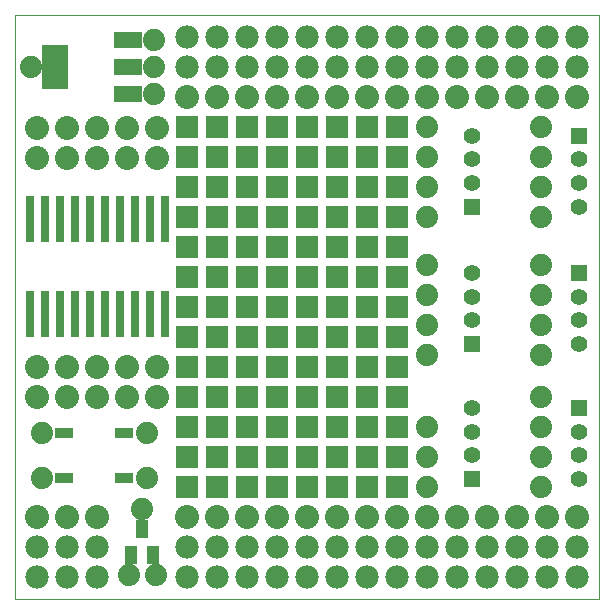
<source format=gts>
G75*
G70*
%OFA0B0*%
%FSLAX24Y24*%
%IPPOS*%
%LPD*%
%AMOC8*
5,1,8,0,0,1.08239X$1,22.5*
%
%ADD10C,0.0000*%
%ADD11C,0.0780*%
%ADD12R,0.0276X0.1575*%
%ADD13R,0.0920X0.0520*%
%ADD14R,0.0906X0.1457*%
%ADD15R,0.0434X0.0591*%
%ADD16R,0.0640X0.0340*%
%ADD17R,0.0555X0.0555*%
%ADD18C,0.0555*%
%ADD19C,0.0800*%
%ADD20C,0.0740*%
%ADD21R,0.0740X0.0740*%
D10*
X000645Y000806D02*
X000645Y020301D01*
X020130Y020291D01*
X020130Y000806D01*
X000645Y000806D01*
D11*
X001395Y001556D03*
X002395Y001556D03*
X003395Y001556D03*
X003395Y002556D03*
X002395Y002556D03*
X001395Y002556D03*
X006395Y002556D03*
X006395Y001556D03*
X007395Y001556D03*
X008395Y001556D03*
X009395Y001556D03*
X010395Y001556D03*
X011395Y001556D03*
X012395Y001556D03*
X013395Y001556D03*
X014395Y001556D03*
X015395Y001556D03*
X016395Y001556D03*
X017395Y001556D03*
X018395Y001556D03*
X019395Y001556D03*
X019395Y002556D03*
X018395Y002556D03*
X017395Y002556D03*
X016395Y002556D03*
X015395Y002556D03*
X014395Y002556D03*
X013395Y002556D03*
X012395Y002556D03*
X011395Y002556D03*
X010395Y002556D03*
X009395Y002556D03*
X008395Y002556D03*
X007395Y002556D03*
X007395Y018556D03*
X008395Y018556D03*
X009395Y018556D03*
X010395Y018556D03*
X011395Y018556D03*
X012395Y018556D03*
X013395Y018556D03*
X014395Y018556D03*
X015395Y018556D03*
X016395Y018556D03*
X017395Y018556D03*
X018395Y018556D03*
X019395Y018556D03*
X019395Y019556D03*
X018395Y019556D03*
X017395Y019556D03*
X016395Y019556D03*
X015395Y019556D03*
X014395Y019556D03*
X013395Y019556D03*
X012395Y019556D03*
X011395Y019556D03*
X010395Y019556D03*
X009395Y019556D03*
X008395Y019556D03*
X007395Y019556D03*
X006395Y019556D03*
X006395Y018556D03*
D12*
X005645Y013481D03*
X005145Y013481D03*
X004645Y013481D03*
X004145Y013481D03*
X003645Y013481D03*
X003145Y013481D03*
X002645Y013481D03*
X002145Y013481D03*
X001645Y013481D03*
X001145Y013481D03*
X001145Y010331D03*
X001645Y010331D03*
X002145Y010331D03*
X002645Y010331D03*
X003145Y010331D03*
X003645Y010331D03*
X004145Y010331D03*
X004645Y010331D03*
X005145Y010331D03*
X005645Y010331D03*
D13*
X004415Y017646D03*
X004415Y018556D03*
X004415Y019466D03*
D14*
X001975Y018556D03*
D15*
X004895Y003139D03*
X004521Y002273D03*
X005269Y002273D03*
D16*
X004295Y004856D03*
X004295Y006356D03*
X002295Y006356D03*
X002295Y004856D03*
D17*
X015895Y004825D03*
X019445Y007187D03*
X015895Y009325D03*
X019445Y011687D03*
X015895Y013895D03*
X019445Y016257D03*
D18*
X019445Y015470D03*
X019445Y014683D03*
X019445Y013895D03*
X019445Y010900D03*
X019445Y010113D03*
X019445Y009325D03*
X019445Y006400D03*
X019445Y005613D03*
X019445Y004825D03*
X015895Y005613D03*
X015895Y006400D03*
X015895Y007187D03*
X015895Y010113D03*
X015895Y010900D03*
X015895Y011687D03*
X015895Y014683D03*
X015895Y015470D03*
X015895Y016257D03*
D19*
X015395Y017556D03*
X016395Y017556D03*
X017395Y017556D03*
X018395Y017556D03*
X019395Y017556D03*
X014395Y017556D03*
X013395Y017556D03*
X012395Y017556D03*
X011395Y017556D03*
X010395Y017556D03*
X009395Y017556D03*
X008395Y017556D03*
X007395Y017556D03*
X006395Y017556D03*
X005395Y016506D03*
X004395Y016506D03*
X004395Y015506D03*
X005395Y015506D03*
X003395Y015506D03*
X002395Y015506D03*
X001395Y015506D03*
X001395Y016506D03*
X002395Y016506D03*
X003395Y016506D03*
X003395Y008556D03*
X002395Y008556D03*
X001395Y008556D03*
X001395Y007556D03*
X002395Y007556D03*
X003395Y007556D03*
X004395Y007556D03*
X005395Y007556D03*
X005395Y008556D03*
X004395Y008556D03*
X003395Y003556D03*
X002395Y003556D03*
X001395Y003556D03*
X006395Y003556D03*
X007395Y003556D03*
X008395Y003556D03*
X009395Y003556D03*
X010395Y003556D03*
X011395Y003556D03*
X012395Y003556D03*
X013395Y003556D03*
X014395Y003556D03*
X015395Y003556D03*
X016395Y003556D03*
X017395Y003556D03*
X018395Y003556D03*
X019395Y003556D03*
D20*
X018195Y004556D03*
X018195Y005556D03*
X018195Y006556D03*
X018195Y007556D03*
X018195Y008956D03*
X018195Y009956D03*
X018195Y010956D03*
X018195Y011956D03*
X018195Y013556D03*
X018195Y014556D03*
X018195Y015556D03*
X018195Y016556D03*
X014395Y016556D03*
X014395Y015556D03*
X014395Y014556D03*
X014395Y013556D03*
X014395Y011956D03*
X014395Y010956D03*
X014395Y009956D03*
X014395Y008956D03*
X014395Y006556D03*
X014395Y005556D03*
X014395Y004556D03*
X005345Y001606D03*
X004445Y001606D03*
X004895Y003806D03*
X005045Y004856D03*
X005045Y006356D03*
X001545Y006356D03*
X001545Y004856D03*
X005295Y017656D03*
X005295Y018556D03*
X005295Y019456D03*
X001195Y018556D03*
D21*
X006395Y016556D03*
X006395Y015556D03*
X006395Y014556D03*
X006395Y013556D03*
X006395Y012556D03*
X006395Y011556D03*
X006395Y010556D03*
X006395Y009556D03*
X006395Y008556D03*
X006395Y007556D03*
X006395Y006556D03*
X006395Y005556D03*
X006395Y004556D03*
X007395Y004556D03*
X008395Y004556D03*
X009395Y004556D03*
X010395Y004556D03*
X011395Y004556D03*
X012395Y004556D03*
X013395Y004556D03*
X013395Y005556D03*
X012395Y005556D03*
X011395Y005556D03*
X010395Y005556D03*
X009395Y005556D03*
X008395Y005556D03*
X007395Y005556D03*
X007395Y006556D03*
X008395Y006556D03*
X009395Y006556D03*
X009395Y007556D03*
X008395Y007556D03*
X007395Y007556D03*
X007395Y008556D03*
X008395Y008556D03*
X009395Y008556D03*
X010395Y008556D03*
X011395Y008556D03*
X011395Y007556D03*
X011395Y006556D03*
X010395Y006556D03*
X010395Y007556D03*
X012395Y007556D03*
X012395Y006556D03*
X013395Y006556D03*
X013395Y007556D03*
X013395Y008556D03*
X012395Y008556D03*
X012395Y009556D03*
X013395Y009556D03*
X013395Y010556D03*
X012395Y010556D03*
X011395Y010556D03*
X011395Y009556D03*
X010395Y009556D03*
X010395Y010556D03*
X009395Y010556D03*
X009395Y009556D03*
X008395Y009556D03*
X007395Y009556D03*
X007395Y010556D03*
X008395Y010556D03*
X008395Y011556D03*
X007395Y011556D03*
X007395Y012556D03*
X008395Y012556D03*
X009395Y012556D03*
X009395Y011556D03*
X010395Y011556D03*
X011395Y011556D03*
X012395Y011556D03*
X013395Y011556D03*
X013395Y012556D03*
X012395Y012556D03*
X011395Y012556D03*
X010395Y012556D03*
X010395Y013556D03*
X011395Y013556D03*
X011395Y014556D03*
X010395Y014556D03*
X009395Y014556D03*
X009395Y013556D03*
X008395Y013556D03*
X007395Y013556D03*
X007395Y014556D03*
X008395Y014556D03*
X008395Y015556D03*
X007395Y015556D03*
X007395Y016556D03*
X008395Y016556D03*
X009395Y016556D03*
X009395Y015556D03*
X010395Y015556D03*
X011395Y015556D03*
X012395Y015556D03*
X013395Y015556D03*
X013395Y014556D03*
X013395Y013556D03*
X012395Y013556D03*
X012395Y014556D03*
X012395Y016556D03*
X013395Y016556D03*
X011395Y016556D03*
X010395Y016556D03*
M02*

</source>
